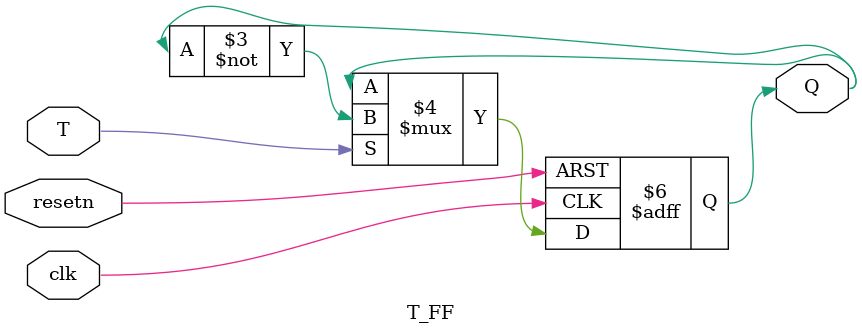
<source format=v>
module T_FF(
   input clk,
   input resetn,
   input T,

   output reg Q
);

   always@(posedge clk or negedge resetn) begin
      if(resetn == 0)
        Q <= 0;
      else if(T)
        Q <= ~Q;
   end

endmodule 
</source>
